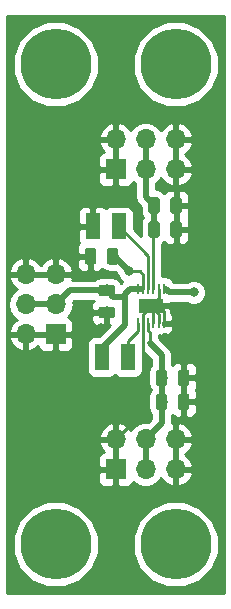
<source format=gbr>
G04 #@! TF.GenerationSoftware,KiCad,Pcbnew,(6.0.0-rc1-dev-205-gc0615c5ef)*
G04 #@! TF.CreationDate,2019-09-04T07:50:23+02:00*
G04 #@! TF.ProjectId,TPS65133_2,54505336353133335F322E6B69636164,v01*
G04 #@! TF.SameCoordinates,Original*
G04 #@! TF.FileFunction,Copper,L1,Top,Signal*
G04 #@! TF.FilePolarity,Positive*
%FSLAX46Y46*%
G04 Gerber Fmt 4.6, Leading zero omitted, Abs format (unit mm)*
G04 Created by KiCad (PCBNEW (6.0.0-rc1-dev-205-gc0615c5ef)) date 09/04/19 07:50:23*
%MOMM*%
%LPD*%
G01*
G04 APERTURE LIST*
G04 #@! TA.AperFunction,SMDPad,CuDef*
%ADD10R,1.250000X2.200000*%
G04 #@! TD*
G04 #@! TA.AperFunction,SMDPad,CuDef*
%ADD11R,2.120000X1.310000*%
G04 #@! TD*
G04 #@! TA.AperFunction,SMDPad,CuDef*
%ADD12R,0.250000X0.850000*%
G04 #@! TD*
G04 #@! TA.AperFunction,Conductor*
%ADD13C,0.100000*%
G04 #@! TD*
G04 #@! TA.AperFunction,SMDPad,CuDef*
%ADD14C,0.975000*%
G04 #@! TD*
G04 #@! TA.AperFunction,ComponentPad*
%ADD15C,6.000000*%
G04 #@! TD*
G04 #@! TA.AperFunction,ComponentPad*
%ADD16R,1.700000X1.700000*%
G04 #@! TD*
G04 #@! TA.AperFunction,ComponentPad*
%ADD17O,1.700000X1.700000*%
G04 #@! TD*
G04 #@! TA.AperFunction,ViaPad*
%ADD18C,0.800000*%
G04 #@! TD*
G04 #@! TA.AperFunction,Conductor*
%ADD19C,0.250000*%
G04 #@! TD*
G04 #@! TA.AperFunction,Conductor*
%ADD20C,0.500000*%
G04 #@! TD*
G04 #@! TA.AperFunction,Conductor*
%ADD21C,0.254000*%
G04 #@! TD*
G04 APERTURE END LIST*
D10*
G04 #@! TO.P,L1,1*
G04 #@! TO.N,Net-(IC1-Pad1)*
X117869821Y-88268848D03*
G04 #@! TO.P,L1,2*
G04 #@! TO.N,Net-(C1-Pad1)*
X115669821Y-88268848D03*
G04 #@! TD*
G04 #@! TO.P,L2,1*
G04 #@! TO.N,Net-(IC1-Pad10)*
X117094000Y-77216000D03*
G04 #@! TO.P,L2,2*
G04 #@! TO.N,GND*
X114894000Y-77216000D03*
G04 #@! TD*
D11*
G04 #@! TO.P,IC1,13*
G04 #@! TO.N,GND*
X119817821Y-83950848D03*
D12*
G04 #@! TO.P,IC1,12*
G04 #@! TO.N,Net-(C1-Pad1)*
X118692821Y-82500848D03*
G04 #@! TO.P,IC1,11*
X119142821Y-82500848D03*
G04 #@! TO.P,IC1,10*
G04 #@! TO.N,Net-(IC1-Pad10)*
X119592821Y-82500848D03*
G04 #@! TO.P,IC1,9*
G04 #@! TO.N,Net-(C4-Pad1)*
X120042821Y-82500848D03*
G04 #@! TO.P,IC1,8*
G04 #@! TO.N,GND*
X120492821Y-82500848D03*
G04 #@! TO.P,IC1,7*
G04 #@! TO.N,Net-(C1-Pad1)*
X120942821Y-82500848D03*
G04 #@! TO.P,IC1,6*
G04 #@! TO.N,GND*
X120942821Y-85400848D03*
G04 #@! TO.P,IC1,5*
X120492821Y-85400848D03*
G04 #@! TO.P,IC1,4*
X120042821Y-85400848D03*
G04 #@! TO.P,IC1,3*
G04 #@! TO.N,Net-(C2-Pad1)*
X119592821Y-85400848D03*
G04 #@! TO.P,IC1,2*
G04 #@! TO.N,GND*
X119142821Y-85400848D03*
G04 #@! TO.P,IC1,1*
G04 #@! TO.N,Net-(IC1-Pad1)*
X118692821Y-85400848D03*
G04 #@! TD*
D13*
G04 #@! TO.N,GND*
G04 #@! TO.C,C1*
G36*
X114978642Y-79057174D02*
X115002303Y-79060684D01*
X115025507Y-79066496D01*
X115048029Y-79074554D01*
X115069653Y-79084782D01*
X115090170Y-79097079D01*
X115109383Y-79111329D01*
X115127107Y-79127393D01*
X115143171Y-79145117D01*
X115157421Y-79164330D01*
X115169718Y-79184847D01*
X115179946Y-79206471D01*
X115188004Y-79228993D01*
X115193816Y-79252197D01*
X115197326Y-79275858D01*
X115198500Y-79299750D01*
X115198500Y-80212250D01*
X115197326Y-80236142D01*
X115193816Y-80259803D01*
X115188004Y-80283007D01*
X115179946Y-80305529D01*
X115169718Y-80327153D01*
X115157421Y-80347670D01*
X115143171Y-80366883D01*
X115127107Y-80384607D01*
X115109383Y-80400671D01*
X115090170Y-80414921D01*
X115069653Y-80427218D01*
X115048029Y-80437446D01*
X115025507Y-80445504D01*
X115002303Y-80451316D01*
X114978642Y-80454826D01*
X114954750Y-80456000D01*
X114467250Y-80456000D01*
X114443358Y-80454826D01*
X114419697Y-80451316D01*
X114396493Y-80445504D01*
X114373971Y-80437446D01*
X114352347Y-80427218D01*
X114331830Y-80414921D01*
X114312617Y-80400671D01*
X114294893Y-80384607D01*
X114278829Y-80366883D01*
X114264579Y-80347670D01*
X114252282Y-80327153D01*
X114242054Y-80305529D01*
X114233996Y-80283007D01*
X114228184Y-80259803D01*
X114224674Y-80236142D01*
X114223500Y-80212250D01*
X114223500Y-79299750D01*
X114224674Y-79275858D01*
X114228184Y-79252197D01*
X114233996Y-79228993D01*
X114242054Y-79206471D01*
X114252282Y-79184847D01*
X114264579Y-79164330D01*
X114278829Y-79145117D01*
X114294893Y-79127393D01*
X114312617Y-79111329D01*
X114331830Y-79097079D01*
X114352347Y-79084782D01*
X114373971Y-79074554D01*
X114396493Y-79066496D01*
X114419697Y-79060684D01*
X114443358Y-79057174D01*
X114467250Y-79056000D01*
X114954750Y-79056000D01*
X114978642Y-79057174D01*
X114978642Y-79057174D01*
G37*
D14*
G04 #@! TD*
G04 #@! TO.P,C1,2*
G04 #@! TO.N,GND*
X114711000Y-79756000D03*
D13*
G04 #@! TO.N,Net-(C1-Pad1)*
G04 #@! TO.C,C1*
G36*
X116853642Y-79057174D02*
X116877303Y-79060684D01*
X116900507Y-79066496D01*
X116923029Y-79074554D01*
X116944653Y-79084782D01*
X116965170Y-79097079D01*
X116984383Y-79111329D01*
X117002107Y-79127393D01*
X117018171Y-79145117D01*
X117032421Y-79164330D01*
X117044718Y-79184847D01*
X117054946Y-79206471D01*
X117063004Y-79228993D01*
X117068816Y-79252197D01*
X117072326Y-79275858D01*
X117073500Y-79299750D01*
X117073500Y-80212250D01*
X117072326Y-80236142D01*
X117068816Y-80259803D01*
X117063004Y-80283007D01*
X117054946Y-80305529D01*
X117044718Y-80327153D01*
X117032421Y-80347670D01*
X117018171Y-80366883D01*
X117002107Y-80384607D01*
X116984383Y-80400671D01*
X116965170Y-80414921D01*
X116944653Y-80427218D01*
X116923029Y-80437446D01*
X116900507Y-80445504D01*
X116877303Y-80451316D01*
X116853642Y-80454826D01*
X116829750Y-80456000D01*
X116342250Y-80456000D01*
X116318358Y-80454826D01*
X116294697Y-80451316D01*
X116271493Y-80445504D01*
X116248971Y-80437446D01*
X116227347Y-80427218D01*
X116206830Y-80414921D01*
X116187617Y-80400671D01*
X116169893Y-80384607D01*
X116153829Y-80366883D01*
X116139579Y-80347670D01*
X116127282Y-80327153D01*
X116117054Y-80305529D01*
X116108996Y-80283007D01*
X116103184Y-80259803D01*
X116099674Y-80236142D01*
X116098500Y-80212250D01*
X116098500Y-79299750D01*
X116099674Y-79275858D01*
X116103184Y-79252197D01*
X116108996Y-79228993D01*
X116117054Y-79206471D01*
X116127282Y-79184847D01*
X116139579Y-79164330D01*
X116153829Y-79145117D01*
X116169893Y-79127393D01*
X116187617Y-79111329D01*
X116206830Y-79097079D01*
X116227347Y-79084782D01*
X116248971Y-79074554D01*
X116271493Y-79066496D01*
X116294697Y-79060684D01*
X116318358Y-79057174D01*
X116342250Y-79056000D01*
X116829750Y-79056000D01*
X116853642Y-79057174D01*
X116853642Y-79057174D01*
G37*
D14*
G04 #@! TD*
G04 #@! TO.P,C1,1*
G04 #@! TO.N,Net-(C1-Pad1)*
X116586000Y-79756000D03*
D13*
G04 #@! TO.N,Net-(C2-Pad1)*
G04 #@! TO.C,C2*
G36*
X120996142Y-91376174D02*
X121019803Y-91379684D01*
X121043007Y-91385496D01*
X121065529Y-91393554D01*
X121087153Y-91403782D01*
X121107670Y-91416079D01*
X121126883Y-91430329D01*
X121144607Y-91446393D01*
X121160671Y-91464117D01*
X121174921Y-91483330D01*
X121187218Y-91503847D01*
X121197446Y-91525471D01*
X121205504Y-91547993D01*
X121211316Y-91571197D01*
X121214826Y-91594858D01*
X121216000Y-91618750D01*
X121216000Y-92531250D01*
X121214826Y-92555142D01*
X121211316Y-92578803D01*
X121205504Y-92602007D01*
X121197446Y-92624529D01*
X121187218Y-92646153D01*
X121174921Y-92666670D01*
X121160671Y-92685883D01*
X121144607Y-92703607D01*
X121126883Y-92719671D01*
X121107670Y-92733921D01*
X121087153Y-92746218D01*
X121065529Y-92756446D01*
X121043007Y-92764504D01*
X121019803Y-92770316D01*
X120996142Y-92773826D01*
X120972250Y-92775000D01*
X120484750Y-92775000D01*
X120460858Y-92773826D01*
X120437197Y-92770316D01*
X120413993Y-92764504D01*
X120391471Y-92756446D01*
X120369847Y-92746218D01*
X120349330Y-92733921D01*
X120330117Y-92719671D01*
X120312393Y-92703607D01*
X120296329Y-92685883D01*
X120282079Y-92666670D01*
X120269782Y-92646153D01*
X120259554Y-92624529D01*
X120251496Y-92602007D01*
X120245684Y-92578803D01*
X120242174Y-92555142D01*
X120241000Y-92531250D01*
X120241000Y-91618750D01*
X120242174Y-91594858D01*
X120245684Y-91571197D01*
X120251496Y-91547993D01*
X120259554Y-91525471D01*
X120269782Y-91503847D01*
X120282079Y-91483330D01*
X120296329Y-91464117D01*
X120312393Y-91446393D01*
X120330117Y-91430329D01*
X120349330Y-91416079D01*
X120369847Y-91403782D01*
X120391471Y-91393554D01*
X120413993Y-91385496D01*
X120437197Y-91379684D01*
X120460858Y-91376174D01*
X120484750Y-91375000D01*
X120972250Y-91375000D01*
X120996142Y-91376174D01*
X120996142Y-91376174D01*
G37*
D14*
G04 #@! TD*
G04 #@! TO.P,C2,1*
G04 #@! TO.N,Net-(C2-Pad1)*
X120728500Y-92075000D03*
D13*
G04 #@! TO.N,GND*
G04 #@! TO.C,C2*
G36*
X122871142Y-91376174D02*
X122894803Y-91379684D01*
X122918007Y-91385496D01*
X122940529Y-91393554D01*
X122962153Y-91403782D01*
X122982670Y-91416079D01*
X123001883Y-91430329D01*
X123019607Y-91446393D01*
X123035671Y-91464117D01*
X123049921Y-91483330D01*
X123062218Y-91503847D01*
X123072446Y-91525471D01*
X123080504Y-91547993D01*
X123086316Y-91571197D01*
X123089826Y-91594858D01*
X123091000Y-91618750D01*
X123091000Y-92531250D01*
X123089826Y-92555142D01*
X123086316Y-92578803D01*
X123080504Y-92602007D01*
X123072446Y-92624529D01*
X123062218Y-92646153D01*
X123049921Y-92666670D01*
X123035671Y-92685883D01*
X123019607Y-92703607D01*
X123001883Y-92719671D01*
X122982670Y-92733921D01*
X122962153Y-92746218D01*
X122940529Y-92756446D01*
X122918007Y-92764504D01*
X122894803Y-92770316D01*
X122871142Y-92773826D01*
X122847250Y-92775000D01*
X122359750Y-92775000D01*
X122335858Y-92773826D01*
X122312197Y-92770316D01*
X122288993Y-92764504D01*
X122266471Y-92756446D01*
X122244847Y-92746218D01*
X122224330Y-92733921D01*
X122205117Y-92719671D01*
X122187393Y-92703607D01*
X122171329Y-92685883D01*
X122157079Y-92666670D01*
X122144782Y-92646153D01*
X122134554Y-92624529D01*
X122126496Y-92602007D01*
X122120684Y-92578803D01*
X122117174Y-92555142D01*
X122116000Y-92531250D01*
X122116000Y-91618750D01*
X122117174Y-91594858D01*
X122120684Y-91571197D01*
X122126496Y-91547993D01*
X122134554Y-91525471D01*
X122144782Y-91503847D01*
X122157079Y-91483330D01*
X122171329Y-91464117D01*
X122187393Y-91446393D01*
X122205117Y-91430329D01*
X122224330Y-91416079D01*
X122244847Y-91403782D01*
X122266471Y-91393554D01*
X122288993Y-91385496D01*
X122312197Y-91379684D01*
X122335858Y-91376174D01*
X122359750Y-91375000D01*
X122847250Y-91375000D01*
X122871142Y-91376174D01*
X122871142Y-91376174D01*
G37*
D14*
G04 #@! TD*
G04 #@! TO.P,C2,2*
G04 #@! TO.N,GND*
X122603500Y-92075000D03*
D13*
G04 #@! TO.N,Net-(C1-Pad1)*
G04 #@! TO.C,C3*
G36*
X116558142Y-82142174D02*
X116581803Y-82145684D01*
X116605007Y-82151496D01*
X116627529Y-82159554D01*
X116649153Y-82169782D01*
X116669670Y-82182079D01*
X116688883Y-82196329D01*
X116706607Y-82212393D01*
X116722671Y-82230117D01*
X116736921Y-82249330D01*
X116749218Y-82269847D01*
X116759446Y-82291471D01*
X116767504Y-82313993D01*
X116773316Y-82337197D01*
X116776826Y-82360858D01*
X116778000Y-82384750D01*
X116778000Y-82872250D01*
X116776826Y-82896142D01*
X116773316Y-82919803D01*
X116767504Y-82943007D01*
X116759446Y-82965529D01*
X116749218Y-82987153D01*
X116736921Y-83007670D01*
X116722671Y-83026883D01*
X116706607Y-83044607D01*
X116688883Y-83060671D01*
X116669670Y-83074921D01*
X116649153Y-83087218D01*
X116627529Y-83097446D01*
X116605007Y-83105504D01*
X116581803Y-83111316D01*
X116558142Y-83114826D01*
X116534250Y-83116000D01*
X115621750Y-83116000D01*
X115597858Y-83114826D01*
X115574197Y-83111316D01*
X115550993Y-83105504D01*
X115528471Y-83097446D01*
X115506847Y-83087218D01*
X115486330Y-83074921D01*
X115467117Y-83060671D01*
X115449393Y-83044607D01*
X115433329Y-83026883D01*
X115419079Y-83007670D01*
X115406782Y-82987153D01*
X115396554Y-82965529D01*
X115388496Y-82943007D01*
X115382684Y-82919803D01*
X115379174Y-82896142D01*
X115378000Y-82872250D01*
X115378000Y-82384750D01*
X115379174Y-82360858D01*
X115382684Y-82337197D01*
X115388496Y-82313993D01*
X115396554Y-82291471D01*
X115406782Y-82269847D01*
X115419079Y-82249330D01*
X115433329Y-82230117D01*
X115449393Y-82212393D01*
X115467117Y-82196329D01*
X115486330Y-82182079D01*
X115506847Y-82169782D01*
X115528471Y-82159554D01*
X115550993Y-82151496D01*
X115574197Y-82145684D01*
X115597858Y-82142174D01*
X115621750Y-82141000D01*
X116534250Y-82141000D01*
X116558142Y-82142174D01*
X116558142Y-82142174D01*
G37*
D14*
G04 #@! TD*
G04 #@! TO.P,C3,1*
G04 #@! TO.N,Net-(C1-Pad1)*
X116078000Y-82628500D03*
D13*
G04 #@! TO.N,GND*
G04 #@! TO.C,C3*
G36*
X116558142Y-84017174D02*
X116581803Y-84020684D01*
X116605007Y-84026496D01*
X116627529Y-84034554D01*
X116649153Y-84044782D01*
X116669670Y-84057079D01*
X116688883Y-84071329D01*
X116706607Y-84087393D01*
X116722671Y-84105117D01*
X116736921Y-84124330D01*
X116749218Y-84144847D01*
X116759446Y-84166471D01*
X116767504Y-84188993D01*
X116773316Y-84212197D01*
X116776826Y-84235858D01*
X116778000Y-84259750D01*
X116778000Y-84747250D01*
X116776826Y-84771142D01*
X116773316Y-84794803D01*
X116767504Y-84818007D01*
X116759446Y-84840529D01*
X116749218Y-84862153D01*
X116736921Y-84882670D01*
X116722671Y-84901883D01*
X116706607Y-84919607D01*
X116688883Y-84935671D01*
X116669670Y-84949921D01*
X116649153Y-84962218D01*
X116627529Y-84972446D01*
X116605007Y-84980504D01*
X116581803Y-84986316D01*
X116558142Y-84989826D01*
X116534250Y-84991000D01*
X115621750Y-84991000D01*
X115597858Y-84989826D01*
X115574197Y-84986316D01*
X115550993Y-84980504D01*
X115528471Y-84972446D01*
X115506847Y-84962218D01*
X115486330Y-84949921D01*
X115467117Y-84935671D01*
X115449393Y-84919607D01*
X115433329Y-84901883D01*
X115419079Y-84882670D01*
X115406782Y-84862153D01*
X115396554Y-84840529D01*
X115388496Y-84818007D01*
X115382684Y-84794803D01*
X115379174Y-84771142D01*
X115378000Y-84747250D01*
X115378000Y-84259750D01*
X115379174Y-84235858D01*
X115382684Y-84212197D01*
X115388496Y-84188993D01*
X115396554Y-84166471D01*
X115406782Y-84144847D01*
X115419079Y-84124330D01*
X115433329Y-84105117D01*
X115449393Y-84087393D01*
X115467117Y-84071329D01*
X115486330Y-84057079D01*
X115506847Y-84044782D01*
X115528471Y-84034554D01*
X115550993Y-84026496D01*
X115574197Y-84020684D01*
X115597858Y-84017174D01*
X115621750Y-84016000D01*
X116534250Y-84016000D01*
X116558142Y-84017174D01*
X116558142Y-84017174D01*
G37*
D14*
G04 #@! TD*
G04 #@! TO.P,C3,2*
G04 #@! TO.N,GND*
X116078000Y-84503500D03*
D13*
G04 #@! TO.N,GND*
G04 #@! TO.C,C4*
G36*
X122236142Y-74739174D02*
X122259803Y-74742684D01*
X122283007Y-74748496D01*
X122305529Y-74756554D01*
X122327153Y-74766782D01*
X122347670Y-74779079D01*
X122366883Y-74793329D01*
X122384607Y-74809393D01*
X122400671Y-74827117D01*
X122414921Y-74846330D01*
X122427218Y-74866847D01*
X122437446Y-74888471D01*
X122445504Y-74910993D01*
X122451316Y-74934197D01*
X122454826Y-74957858D01*
X122456000Y-74981750D01*
X122456000Y-75894250D01*
X122454826Y-75918142D01*
X122451316Y-75941803D01*
X122445504Y-75965007D01*
X122437446Y-75987529D01*
X122427218Y-76009153D01*
X122414921Y-76029670D01*
X122400671Y-76048883D01*
X122384607Y-76066607D01*
X122366883Y-76082671D01*
X122347670Y-76096921D01*
X122327153Y-76109218D01*
X122305529Y-76119446D01*
X122283007Y-76127504D01*
X122259803Y-76133316D01*
X122236142Y-76136826D01*
X122212250Y-76138000D01*
X121724750Y-76138000D01*
X121700858Y-76136826D01*
X121677197Y-76133316D01*
X121653993Y-76127504D01*
X121631471Y-76119446D01*
X121609847Y-76109218D01*
X121589330Y-76096921D01*
X121570117Y-76082671D01*
X121552393Y-76066607D01*
X121536329Y-76048883D01*
X121522079Y-76029670D01*
X121509782Y-76009153D01*
X121499554Y-75987529D01*
X121491496Y-75965007D01*
X121485684Y-75941803D01*
X121482174Y-75918142D01*
X121481000Y-75894250D01*
X121481000Y-74981750D01*
X121482174Y-74957858D01*
X121485684Y-74934197D01*
X121491496Y-74910993D01*
X121499554Y-74888471D01*
X121509782Y-74866847D01*
X121522079Y-74846330D01*
X121536329Y-74827117D01*
X121552393Y-74809393D01*
X121570117Y-74793329D01*
X121589330Y-74779079D01*
X121609847Y-74766782D01*
X121631471Y-74756554D01*
X121653993Y-74748496D01*
X121677197Y-74742684D01*
X121700858Y-74739174D01*
X121724750Y-74738000D01*
X122212250Y-74738000D01*
X122236142Y-74739174D01*
X122236142Y-74739174D01*
G37*
D14*
G04 #@! TD*
G04 #@! TO.P,C4,2*
G04 #@! TO.N,GND*
X121968500Y-75438000D03*
D13*
G04 #@! TO.N,Net-(C4-Pad1)*
G04 #@! TO.C,C4*
G36*
X120361142Y-74739174D02*
X120384803Y-74742684D01*
X120408007Y-74748496D01*
X120430529Y-74756554D01*
X120452153Y-74766782D01*
X120472670Y-74779079D01*
X120491883Y-74793329D01*
X120509607Y-74809393D01*
X120525671Y-74827117D01*
X120539921Y-74846330D01*
X120552218Y-74866847D01*
X120562446Y-74888471D01*
X120570504Y-74910993D01*
X120576316Y-74934197D01*
X120579826Y-74957858D01*
X120581000Y-74981750D01*
X120581000Y-75894250D01*
X120579826Y-75918142D01*
X120576316Y-75941803D01*
X120570504Y-75965007D01*
X120562446Y-75987529D01*
X120552218Y-76009153D01*
X120539921Y-76029670D01*
X120525671Y-76048883D01*
X120509607Y-76066607D01*
X120491883Y-76082671D01*
X120472670Y-76096921D01*
X120452153Y-76109218D01*
X120430529Y-76119446D01*
X120408007Y-76127504D01*
X120384803Y-76133316D01*
X120361142Y-76136826D01*
X120337250Y-76138000D01*
X119849750Y-76138000D01*
X119825858Y-76136826D01*
X119802197Y-76133316D01*
X119778993Y-76127504D01*
X119756471Y-76119446D01*
X119734847Y-76109218D01*
X119714330Y-76096921D01*
X119695117Y-76082671D01*
X119677393Y-76066607D01*
X119661329Y-76048883D01*
X119647079Y-76029670D01*
X119634782Y-76009153D01*
X119624554Y-75987529D01*
X119616496Y-75965007D01*
X119610684Y-75941803D01*
X119607174Y-75918142D01*
X119606000Y-75894250D01*
X119606000Y-74981750D01*
X119607174Y-74957858D01*
X119610684Y-74934197D01*
X119616496Y-74910993D01*
X119624554Y-74888471D01*
X119634782Y-74866847D01*
X119647079Y-74846330D01*
X119661329Y-74827117D01*
X119677393Y-74809393D01*
X119695117Y-74793329D01*
X119714330Y-74779079D01*
X119734847Y-74766782D01*
X119756471Y-74756554D01*
X119778993Y-74748496D01*
X119802197Y-74742684D01*
X119825858Y-74739174D01*
X119849750Y-74738000D01*
X120337250Y-74738000D01*
X120361142Y-74739174D01*
X120361142Y-74739174D01*
G37*
D14*
G04 #@! TD*
G04 #@! TO.P,C4,1*
G04 #@! TO.N,Net-(C4-Pad1)*
X120093500Y-75438000D03*
D15*
G04 #@! TO.P,MH1,1*
G04 #@! TO.N,N/C*
X111760000Y-63500000D03*
G04 #@! TD*
G04 #@! TO.P,MH2,1*
G04 #@! TO.N,N/C*
X111760000Y-104140000D03*
G04 #@! TD*
G04 #@! TO.P,MH3,1*
G04 #@! TO.N,N/C*
X121920000Y-63500000D03*
G04 #@! TD*
G04 #@! TO.P,MH4,1*
G04 #@! TO.N,N/C*
X121920000Y-104140000D03*
G04 #@! TD*
D13*
G04 #@! TO.N,GND*
G04 #@! TO.C,C5*
G36*
X122871142Y-89344174D02*
X122894803Y-89347684D01*
X122918007Y-89353496D01*
X122940529Y-89361554D01*
X122962153Y-89371782D01*
X122982670Y-89384079D01*
X123001883Y-89398329D01*
X123019607Y-89414393D01*
X123035671Y-89432117D01*
X123049921Y-89451330D01*
X123062218Y-89471847D01*
X123072446Y-89493471D01*
X123080504Y-89515993D01*
X123086316Y-89539197D01*
X123089826Y-89562858D01*
X123091000Y-89586750D01*
X123091000Y-90499250D01*
X123089826Y-90523142D01*
X123086316Y-90546803D01*
X123080504Y-90570007D01*
X123072446Y-90592529D01*
X123062218Y-90614153D01*
X123049921Y-90634670D01*
X123035671Y-90653883D01*
X123019607Y-90671607D01*
X123001883Y-90687671D01*
X122982670Y-90701921D01*
X122962153Y-90714218D01*
X122940529Y-90724446D01*
X122918007Y-90732504D01*
X122894803Y-90738316D01*
X122871142Y-90741826D01*
X122847250Y-90743000D01*
X122359750Y-90743000D01*
X122335858Y-90741826D01*
X122312197Y-90738316D01*
X122288993Y-90732504D01*
X122266471Y-90724446D01*
X122244847Y-90714218D01*
X122224330Y-90701921D01*
X122205117Y-90687671D01*
X122187393Y-90671607D01*
X122171329Y-90653883D01*
X122157079Y-90634670D01*
X122144782Y-90614153D01*
X122134554Y-90592529D01*
X122126496Y-90570007D01*
X122120684Y-90546803D01*
X122117174Y-90523142D01*
X122116000Y-90499250D01*
X122116000Y-89586750D01*
X122117174Y-89562858D01*
X122120684Y-89539197D01*
X122126496Y-89515993D01*
X122134554Y-89493471D01*
X122144782Y-89471847D01*
X122157079Y-89451330D01*
X122171329Y-89432117D01*
X122187393Y-89414393D01*
X122205117Y-89398329D01*
X122224330Y-89384079D01*
X122244847Y-89371782D01*
X122266471Y-89361554D01*
X122288993Y-89353496D01*
X122312197Y-89347684D01*
X122335858Y-89344174D01*
X122359750Y-89343000D01*
X122847250Y-89343000D01*
X122871142Y-89344174D01*
X122871142Y-89344174D01*
G37*
D14*
G04 #@! TD*
G04 #@! TO.P,C5,2*
G04 #@! TO.N,GND*
X122603500Y-90043000D03*
D13*
G04 #@! TO.N,Net-(C2-Pad1)*
G04 #@! TO.C,C5*
G36*
X120996142Y-89344174D02*
X121019803Y-89347684D01*
X121043007Y-89353496D01*
X121065529Y-89361554D01*
X121087153Y-89371782D01*
X121107670Y-89384079D01*
X121126883Y-89398329D01*
X121144607Y-89414393D01*
X121160671Y-89432117D01*
X121174921Y-89451330D01*
X121187218Y-89471847D01*
X121197446Y-89493471D01*
X121205504Y-89515993D01*
X121211316Y-89539197D01*
X121214826Y-89562858D01*
X121216000Y-89586750D01*
X121216000Y-90499250D01*
X121214826Y-90523142D01*
X121211316Y-90546803D01*
X121205504Y-90570007D01*
X121197446Y-90592529D01*
X121187218Y-90614153D01*
X121174921Y-90634670D01*
X121160671Y-90653883D01*
X121144607Y-90671607D01*
X121126883Y-90687671D01*
X121107670Y-90701921D01*
X121087153Y-90714218D01*
X121065529Y-90724446D01*
X121043007Y-90732504D01*
X121019803Y-90738316D01*
X120996142Y-90741826D01*
X120972250Y-90743000D01*
X120484750Y-90743000D01*
X120460858Y-90741826D01*
X120437197Y-90738316D01*
X120413993Y-90732504D01*
X120391471Y-90724446D01*
X120369847Y-90714218D01*
X120349330Y-90701921D01*
X120330117Y-90687671D01*
X120312393Y-90671607D01*
X120296329Y-90653883D01*
X120282079Y-90634670D01*
X120269782Y-90614153D01*
X120259554Y-90592529D01*
X120251496Y-90570007D01*
X120245684Y-90546803D01*
X120242174Y-90523142D01*
X120241000Y-90499250D01*
X120241000Y-89586750D01*
X120242174Y-89562858D01*
X120245684Y-89539197D01*
X120251496Y-89515993D01*
X120259554Y-89493471D01*
X120269782Y-89471847D01*
X120282079Y-89451330D01*
X120296329Y-89432117D01*
X120312393Y-89414393D01*
X120330117Y-89398329D01*
X120349330Y-89384079D01*
X120369847Y-89371782D01*
X120391471Y-89361554D01*
X120413993Y-89353496D01*
X120437197Y-89347684D01*
X120460858Y-89344174D01*
X120484750Y-89343000D01*
X120972250Y-89343000D01*
X120996142Y-89344174D01*
X120996142Y-89344174D01*
G37*
D14*
G04 #@! TD*
G04 #@! TO.P,C5,1*
G04 #@! TO.N,Net-(C2-Pad1)*
X120728500Y-90043000D03*
D13*
G04 #@! TO.N,Net-(C4-Pad1)*
G04 #@! TO.C,C6*
G36*
X120361142Y-76771174D02*
X120384803Y-76774684D01*
X120408007Y-76780496D01*
X120430529Y-76788554D01*
X120452153Y-76798782D01*
X120472670Y-76811079D01*
X120491883Y-76825329D01*
X120509607Y-76841393D01*
X120525671Y-76859117D01*
X120539921Y-76878330D01*
X120552218Y-76898847D01*
X120562446Y-76920471D01*
X120570504Y-76942993D01*
X120576316Y-76966197D01*
X120579826Y-76989858D01*
X120581000Y-77013750D01*
X120581000Y-77926250D01*
X120579826Y-77950142D01*
X120576316Y-77973803D01*
X120570504Y-77997007D01*
X120562446Y-78019529D01*
X120552218Y-78041153D01*
X120539921Y-78061670D01*
X120525671Y-78080883D01*
X120509607Y-78098607D01*
X120491883Y-78114671D01*
X120472670Y-78128921D01*
X120452153Y-78141218D01*
X120430529Y-78151446D01*
X120408007Y-78159504D01*
X120384803Y-78165316D01*
X120361142Y-78168826D01*
X120337250Y-78170000D01*
X119849750Y-78170000D01*
X119825858Y-78168826D01*
X119802197Y-78165316D01*
X119778993Y-78159504D01*
X119756471Y-78151446D01*
X119734847Y-78141218D01*
X119714330Y-78128921D01*
X119695117Y-78114671D01*
X119677393Y-78098607D01*
X119661329Y-78080883D01*
X119647079Y-78061670D01*
X119634782Y-78041153D01*
X119624554Y-78019529D01*
X119616496Y-77997007D01*
X119610684Y-77973803D01*
X119607174Y-77950142D01*
X119606000Y-77926250D01*
X119606000Y-77013750D01*
X119607174Y-76989858D01*
X119610684Y-76966197D01*
X119616496Y-76942993D01*
X119624554Y-76920471D01*
X119634782Y-76898847D01*
X119647079Y-76878330D01*
X119661329Y-76859117D01*
X119677393Y-76841393D01*
X119695117Y-76825329D01*
X119714330Y-76811079D01*
X119734847Y-76798782D01*
X119756471Y-76788554D01*
X119778993Y-76780496D01*
X119802197Y-76774684D01*
X119825858Y-76771174D01*
X119849750Y-76770000D01*
X120337250Y-76770000D01*
X120361142Y-76771174D01*
X120361142Y-76771174D01*
G37*
D14*
G04 #@! TD*
G04 #@! TO.P,C6,1*
G04 #@! TO.N,Net-(C4-Pad1)*
X120093500Y-77470000D03*
D13*
G04 #@! TO.N,GND*
G04 #@! TO.C,C6*
G36*
X122236142Y-76771174D02*
X122259803Y-76774684D01*
X122283007Y-76780496D01*
X122305529Y-76788554D01*
X122327153Y-76798782D01*
X122347670Y-76811079D01*
X122366883Y-76825329D01*
X122384607Y-76841393D01*
X122400671Y-76859117D01*
X122414921Y-76878330D01*
X122427218Y-76898847D01*
X122437446Y-76920471D01*
X122445504Y-76942993D01*
X122451316Y-76966197D01*
X122454826Y-76989858D01*
X122456000Y-77013750D01*
X122456000Y-77926250D01*
X122454826Y-77950142D01*
X122451316Y-77973803D01*
X122445504Y-77997007D01*
X122437446Y-78019529D01*
X122427218Y-78041153D01*
X122414921Y-78061670D01*
X122400671Y-78080883D01*
X122384607Y-78098607D01*
X122366883Y-78114671D01*
X122347670Y-78128921D01*
X122327153Y-78141218D01*
X122305529Y-78151446D01*
X122283007Y-78159504D01*
X122259803Y-78165316D01*
X122236142Y-78168826D01*
X122212250Y-78170000D01*
X121724750Y-78170000D01*
X121700858Y-78168826D01*
X121677197Y-78165316D01*
X121653993Y-78159504D01*
X121631471Y-78151446D01*
X121609847Y-78141218D01*
X121589330Y-78128921D01*
X121570117Y-78114671D01*
X121552393Y-78098607D01*
X121536329Y-78080883D01*
X121522079Y-78061670D01*
X121509782Y-78041153D01*
X121499554Y-78019529D01*
X121491496Y-77997007D01*
X121485684Y-77973803D01*
X121482174Y-77950142D01*
X121481000Y-77926250D01*
X121481000Y-77013750D01*
X121482174Y-76989858D01*
X121485684Y-76966197D01*
X121491496Y-76942993D01*
X121499554Y-76920471D01*
X121509782Y-76898847D01*
X121522079Y-76878330D01*
X121536329Y-76859117D01*
X121552393Y-76841393D01*
X121570117Y-76825329D01*
X121589330Y-76811079D01*
X121609847Y-76798782D01*
X121631471Y-76788554D01*
X121653993Y-76780496D01*
X121677197Y-76774684D01*
X121700858Y-76771174D01*
X121724750Y-76770000D01*
X122212250Y-76770000D01*
X122236142Y-76771174D01*
X122236142Y-76771174D01*
G37*
D14*
G04 #@! TD*
G04 #@! TO.P,C6,2*
G04 #@! TO.N,GND*
X121968500Y-77470000D03*
D16*
G04 #@! TO.P,J1,1*
G04 #@! TO.N,GND*
X111760000Y-86360000D03*
D17*
G04 #@! TO.P,J1,2*
X109220000Y-86360000D03*
G04 #@! TO.P,J1,3*
G04 #@! TO.N,Net-(C1-Pad1)*
X111760000Y-83820000D03*
G04 #@! TO.P,J1,4*
X109220000Y-83820000D03*
G04 #@! TO.P,J1,5*
G04 #@! TO.N,GND*
X111760000Y-81280000D03*
G04 #@! TO.P,J1,6*
X109220000Y-81280000D03*
G04 #@! TD*
G04 #@! TO.P,J2,6*
G04 #@! TO.N,GND*
X121920000Y-95250000D03*
G04 #@! TO.P,J2,5*
X121920000Y-97790000D03*
G04 #@! TO.P,J2,4*
G04 #@! TO.N,Net-(C2-Pad1)*
X119380000Y-95250000D03*
G04 #@! TO.P,J2,3*
X119380000Y-97790000D03*
G04 #@! TO.P,J2,2*
G04 #@! TO.N,GND*
X116840000Y-95250000D03*
D16*
G04 #@! TO.P,J2,1*
X116840000Y-97790000D03*
G04 #@! TD*
G04 #@! TO.P,J3,1*
G04 #@! TO.N,GND*
X116840000Y-72390000D03*
D17*
G04 #@! TO.P,J3,2*
X116840000Y-69850000D03*
G04 #@! TO.P,J3,3*
G04 #@! TO.N,Net-(C4-Pad1)*
X119380000Y-72390000D03*
G04 #@! TO.P,J3,4*
X119380000Y-69850000D03*
G04 #@! TO.P,J3,5*
G04 #@! TO.N,GND*
X121920000Y-72390000D03*
G04 #@! TO.P,J3,6*
X121920000Y-69850000D03*
G04 #@! TD*
D18*
G04 #@! TO.N,GND*
X114554000Y-69088000D03*
X114554000Y-72898000D03*
X111760000Y-78994000D03*
X109220000Y-78994000D03*
X111760000Y-88646000D03*
X109220000Y-88646000D03*
X119817821Y-83950848D03*
X113284000Y-77216000D03*
X114554000Y-70866000D03*
X115570000Y-85852000D03*
X114554000Y-94742000D03*
X124206000Y-90170000D03*
X124206000Y-91948000D03*
X124206000Y-94742000D03*
X124206000Y-69088000D03*
X124206000Y-70866000D03*
X124206000Y-72898000D03*
X124206000Y-96520000D03*
X114554000Y-98298000D03*
X114554000Y-96520000D03*
X124206000Y-98298000D03*
X123444000Y-75438000D03*
X123444000Y-77470000D03*
G04 #@! TO.N,Net-(C1-Pad1)*
X123444000Y-82804000D03*
X117967973Y-81026000D03*
G04 #@! TD*
D19*
G04 #@! TO.N,GND*
X120042821Y-84175848D02*
X119817821Y-83950848D01*
X120042821Y-85400848D02*
X120042821Y-84175848D01*
X120492821Y-84625848D02*
X119817821Y-83950848D01*
X120492821Y-85400848D02*
X120492821Y-84625848D01*
X120526848Y-83950848D02*
X119817821Y-83950848D01*
X120942821Y-85400848D02*
X120942821Y-84366821D01*
X120942821Y-84366821D02*
X120526848Y-83950848D01*
X119142821Y-84625848D02*
X119817821Y-83950848D01*
X119142821Y-85400848D02*
X119142821Y-84625848D01*
X120492821Y-83275848D02*
X119817821Y-83950848D01*
X120492821Y-82500848D02*
X120492821Y-83275848D01*
X119142821Y-92947179D02*
X116840000Y-95250000D01*
X119142821Y-85400848D02*
X119142821Y-92947179D01*
G04 #@! TO.N,Net-(C1-Pad1)*
X118872000Y-81026000D02*
X119142821Y-81296821D01*
X119142821Y-81296821D02*
X119142821Y-82500848D01*
X117967973Y-81026000D02*
X118872000Y-81026000D01*
D20*
X121370983Y-82804000D02*
X121067831Y-82500848D01*
X123444000Y-82804000D02*
X121370983Y-82804000D01*
X109220000Y-83820000D02*
X111760000Y-83820000D01*
X116697973Y-79756000D02*
X117967973Y-81026000D01*
X116586000Y-79756000D02*
X116697973Y-79756000D01*
X118692821Y-82500848D02*
X119017811Y-82500848D01*
X112951500Y-82628500D02*
X111760000Y-83820000D01*
X116078000Y-82628500D02*
X112951500Y-82628500D01*
X115669821Y-87518181D02*
X117602000Y-85586002D01*
X115669821Y-88268848D02*
X115669821Y-87518181D01*
X118067821Y-82500848D02*
X118692821Y-82500848D01*
X117602000Y-82966669D02*
X118067821Y-82500848D01*
X117474737Y-83184737D02*
X117602000Y-83312000D01*
X116634237Y-83184737D02*
X117474737Y-83184737D01*
X116078000Y-82628500D02*
X116634237Y-83184737D01*
X117602000Y-85586002D02*
X117602000Y-83312000D01*
X117602000Y-83312000D02*
X117602000Y-82966669D01*
D19*
G04 #@! TO.N,Net-(C4-Pad1)*
X120042821Y-82500848D02*
X120042821Y-82012258D01*
D20*
X120093500Y-77470000D02*
X120093500Y-75438000D01*
X120110000Y-75421500D02*
X120093500Y-75438000D01*
X119331500Y-72438500D02*
X119380000Y-72390000D01*
X119380000Y-72390000D02*
X119380000Y-69850000D01*
X119380000Y-74724500D02*
X120093500Y-75438000D01*
X119380000Y-72390000D02*
X119380000Y-74724500D01*
D19*
X120042821Y-77520679D02*
X120093500Y-77470000D01*
X120042821Y-82500848D02*
X120042821Y-77520679D01*
G04 #@! TO.N,Net-(IC1-Pad10)*
X119592821Y-82500848D02*
X119592821Y-79714821D01*
X119592821Y-79714821D02*
X117094000Y-77216000D01*
D20*
G04 #@! TO.N,Net-(C2-Pad1)*
X120728500Y-90043000D02*
X120728500Y-88132669D01*
X120728500Y-88132669D02*
X119717831Y-87122000D01*
D19*
X119717831Y-86200858D02*
X119717831Y-87122000D01*
X119592821Y-86075848D02*
X119717831Y-86200858D01*
X119592821Y-85400848D02*
X119592821Y-86075848D01*
D20*
X120728500Y-90043000D02*
X120728500Y-92075000D01*
X119458500Y-95171500D02*
X119380000Y-95250000D01*
X119380000Y-95250000D02*
X119380000Y-97790000D01*
X120728500Y-93901500D02*
X119380000Y-95250000D01*
X120728500Y-92075000D02*
X120728500Y-93901500D01*
D19*
G04 #@! TO.N,Net-(IC1-Pad1)*
X118692821Y-86075848D02*
X118692821Y-85400848D01*
X118692821Y-86095848D02*
X118692821Y-86075848D01*
X117869821Y-86918848D02*
X118692821Y-86095848D01*
X117869821Y-88268848D02*
X117869821Y-86918848D01*
G04 #@! TD*
D21*
G04 #@! TO.N,GND*
G36*
X126036001Y-98736070D02*
X126036000Y-98736075D01*
X126036001Y-108256000D01*
X107644000Y-108256000D01*
X107644000Y-103416954D01*
X108125000Y-103416954D01*
X108125000Y-104863046D01*
X108678396Y-106199062D01*
X109700938Y-107221604D01*
X111036954Y-107775000D01*
X112483046Y-107775000D01*
X113819062Y-107221604D01*
X114841604Y-106199062D01*
X115395000Y-104863046D01*
X115395000Y-103416954D01*
X118285000Y-103416954D01*
X118285000Y-104863046D01*
X118838396Y-106199062D01*
X119860938Y-107221604D01*
X121196954Y-107775000D01*
X122643046Y-107775000D01*
X123979062Y-107221604D01*
X125001604Y-106199062D01*
X125555000Y-104863046D01*
X125555000Y-103416954D01*
X125001604Y-102080938D01*
X123979062Y-101058396D01*
X122643046Y-100505000D01*
X121196954Y-100505000D01*
X119860938Y-101058396D01*
X118838396Y-102080938D01*
X118285000Y-103416954D01*
X115395000Y-103416954D01*
X114841604Y-102080938D01*
X113819062Y-101058396D01*
X112483046Y-100505000D01*
X111036954Y-100505000D01*
X109700938Y-101058396D01*
X108678396Y-102080938D01*
X108125000Y-103416954D01*
X107644000Y-103416954D01*
X107644000Y-98075750D01*
X115355000Y-98075750D01*
X115355000Y-98766309D01*
X115451673Y-98999698D01*
X115630301Y-99178327D01*
X115863690Y-99275000D01*
X116554250Y-99275000D01*
X116713000Y-99116250D01*
X116713000Y-97917000D01*
X115513750Y-97917000D01*
X115355000Y-98075750D01*
X107644000Y-98075750D01*
X107644000Y-96813691D01*
X115355000Y-96813691D01*
X115355000Y-97504250D01*
X115513750Y-97663000D01*
X116713000Y-97663000D01*
X116713000Y-95377000D01*
X115519181Y-95377000D01*
X115398514Y-95606892D01*
X115644817Y-96131358D01*
X115844208Y-96313070D01*
X115630301Y-96401673D01*
X115451673Y-96580302D01*
X115355000Y-96813691D01*
X107644000Y-96813691D01*
X107644000Y-94893108D01*
X115398514Y-94893108D01*
X115519181Y-95123000D01*
X116713000Y-95123000D01*
X116713000Y-93929845D01*
X116483110Y-93808524D01*
X116073076Y-93978355D01*
X115644817Y-94368642D01*
X115398514Y-94893108D01*
X107644000Y-94893108D01*
X107644000Y-86716890D01*
X107778524Y-86716890D01*
X107948355Y-87126924D01*
X108338642Y-87555183D01*
X108863108Y-87801486D01*
X109093000Y-87680819D01*
X109093000Y-86487000D01*
X109347000Y-86487000D01*
X109347000Y-87680819D01*
X109576892Y-87801486D01*
X110101358Y-87555183D01*
X110283070Y-87355792D01*
X110371673Y-87569699D01*
X110550302Y-87748327D01*
X110783691Y-87845000D01*
X111474250Y-87845000D01*
X111633000Y-87686250D01*
X111633000Y-86487000D01*
X111887000Y-86487000D01*
X111887000Y-87686250D01*
X112045750Y-87845000D01*
X112736309Y-87845000D01*
X112969698Y-87748327D01*
X113148327Y-87569699D01*
X113245000Y-87336310D01*
X113245000Y-86645750D01*
X113086250Y-86487000D01*
X111887000Y-86487000D01*
X111633000Y-86487000D01*
X109347000Y-86487000D01*
X109093000Y-86487000D01*
X107899845Y-86487000D01*
X107778524Y-86716890D01*
X107644000Y-86716890D01*
X107644000Y-83820000D01*
X107705908Y-83820000D01*
X107821161Y-84399418D01*
X108149375Y-84890625D01*
X108468478Y-85103843D01*
X108338642Y-85164817D01*
X107948355Y-85593076D01*
X107778524Y-86003110D01*
X107899845Y-86233000D01*
X109093000Y-86233000D01*
X109093000Y-86213000D01*
X109347000Y-86213000D01*
X109347000Y-86233000D01*
X111633000Y-86233000D01*
X111633000Y-86213000D01*
X111887000Y-86213000D01*
X111887000Y-86233000D01*
X113086250Y-86233000D01*
X113245000Y-86074250D01*
X113245000Y-85383690D01*
X113148327Y-85150301D01*
X112969698Y-84971673D01*
X112808967Y-84905096D01*
X112830625Y-84890625D01*
X112898361Y-84789250D01*
X114743000Y-84789250D01*
X114743000Y-85117309D01*
X114839673Y-85350698D01*
X115018301Y-85529327D01*
X115251690Y-85626000D01*
X115792250Y-85626000D01*
X115951000Y-85467250D01*
X115951000Y-84630500D01*
X114901750Y-84630500D01*
X114743000Y-84789250D01*
X112898361Y-84789250D01*
X113158839Y-84399418D01*
X113274092Y-83820000D01*
X113230538Y-83601040D01*
X113318079Y-83513500D01*
X114982474Y-83513500D01*
X114839673Y-83656302D01*
X114743000Y-83889691D01*
X114743000Y-84217750D01*
X114901750Y-84376500D01*
X115951000Y-84376500D01*
X115951000Y-84356500D01*
X116205000Y-84356500D01*
X116205000Y-84376500D01*
X116225000Y-84376500D01*
X116225000Y-84630500D01*
X116205000Y-84630500D01*
X116205000Y-85467250D01*
X116337087Y-85599337D01*
X115415016Y-86521408D01*
X115044821Y-86521408D01*
X114797056Y-86570691D01*
X114587012Y-86711039D01*
X114446664Y-86921083D01*
X114397381Y-87168848D01*
X114397381Y-89368848D01*
X114446664Y-89616613D01*
X114587012Y-89826657D01*
X114797056Y-89967005D01*
X115044821Y-90016288D01*
X116294821Y-90016288D01*
X116542586Y-89967005D01*
X116752630Y-89826657D01*
X116769821Y-89800929D01*
X116787012Y-89826657D01*
X116997056Y-89967005D01*
X117244821Y-90016288D01*
X118494821Y-90016288D01*
X118742586Y-89967005D01*
X118952630Y-89826657D01*
X119092978Y-89616613D01*
X119142261Y-89368848D01*
X119142261Y-87798008D01*
X119843501Y-88499248D01*
X119843501Y-88973171D01*
X119661398Y-89245706D01*
X119593560Y-89586750D01*
X119593560Y-90499250D01*
X119661398Y-90840294D01*
X119807533Y-91059000D01*
X119661398Y-91277706D01*
X119593560Y-91618750D01*
X119593560Y-92531250D01*
X119661398Y-92872294D01*
X119843501Y-93144829D01*
X119843501Y-93534920D01*
X119598960Y-93779462D01*
X119526256Y-93765000D01*
X119233744Y-93765000D01*
X118800582Y-93851161D01*
X118309375Y-94179375D01*
X118096157Y-94498478D01*
X118035183Y-94368642D01*
X117606924Y-93978355D01*
X117196890Y-93808524D01*
X116967000Y-93929845D01*
X116967000Y-95123000D01*
X116987000Y-95123000D01*
X116987000Y-95377000D01*
X116967000Y-95377000D01*
X116967000Y-97663000D01*
X116987000Y-97663000D01*
X116987000Y-97917000D01*
X116967000Y-97917000D01*
X116967000Y-99116250D01*
X117125750Y-99275000D01*
X117816310Y-99275000D01*
X118049699Y-99178327D01*
X118228327Y-98999698D01*
X118294904Y-98838967D01*
X118309375Y-98860625D01*
X118800582Y-99188839D01*
X119233744Y-99275000D01*
X119526256Y-99275000D01*
X119959418Y-99188839D01*
X120450625Y-98860625D01*
X120663843Y-98541522D01*
X120724817Y-98671358D01*
X121153076Y-99061645D01*
X121563110Y-99231476D01*
X121793000Y-99110155D01*
X121793000Y-97917000D01*
X122047000Y-97917000D01*
X122047000Y-99110155D01*
X122276890Y-99231476D01*
X122686924Y-99061645D01*
X123115183Y-98671358D01*
X123361486Y-98146892D01*
X123240819Y-97917000D01*
X122047000Y-97917000D01*
X121793000Y-97917000D01*
X121773000Y-97917000D01*
X121773000Y-97663000D01*
X121793000Y-97663000D01*
X121793000Y-95377000D01*
X122047000Y-95377000D01*
X122047000Y-97663000D01*
X123240819Y-97663000D01*
X123361486Y-97433108D01*
X123115183Y-96908642D01*
X122688729Y-96520000D01*
X123115183Y-96131358D01*
X123361486Y-95606892D01*
X123240819Y-95377000D01*
X122047000Y-95377000D01*
X121793000Y-95377000D01*
X121773000Y-95377000D01*
X121773000Y-95123000D01*
X121793000Y-95123000D01*
X121793000Y-93929845D01*
X122047000Y-93929845D01*
X122047000Y-95123000D01*
X123240819Y-95123000D01*
X123361486Y-94893108D01*
X123115183Y-94368642D01*
X122686924Y-93978355D01*
X122276890Y-93808524D01*
X122047000Y-93929845D01*
X121793000Y-93929845D01*
X121618117Y-93837553D01*
X121613500Y-93814339D01*
X121613500Y-93170526D01*
X121756302Y-93313327D01*
X121989691Y-93410000D01*
X122317750Y-93410000D01*
X122476500Y-93251250D01*
X122476500Y-92202000D01*
X122730500Y-92202000D01*
X122730500Y-93251250D01*
X122889250Y-93410000D01*
X123217309Y-93410000D01*
X123450698Y-93313327D01*
X123629327Y-93134699D01*
X123726000Y-92901310D01*
X123726000Y-92360750D01*
X123567250Y-92202000D01*
X122730500Y-92202000D01*
X122476500Y-92202000D01*
X122456500Y-92202000D01*
X122456500Y-91948000D01*
X122476500Y-91948000D01*
X122476500Y-90170000D01*
X122730500Y-90170000D01*
X122730500Y-91948000D01*
X123567250Y-91948000D01*
X123726000Y-91789250D01*
X123726000Y-91248690D01*
X123647428Y-91059000D01*
X123726000Y-90869310D01*
X123726000Y-90328750D01*
X123567250Y-90170000D01*
X122730500Y-90170000D01*
X122476500Y-90170000D01*
X122456500Y-90170000D01*
X122456500Y-89916000D01*
X122476500Y-89916000D01*
X122476500Y-88866750D01*
X122730500Y-88866750D01*
X122730500Y-89916000D01*
X123567250Y-89916000D01*
X123726000Y-89757250D01*
X123726000Y-89216690D01*
X123629327Y-88983301D01*
X123450698Y-88804673D01*
X123217309Y-88708000D01*
X122889250Y-88708000D01*
X122730500Y-88866750D01*
X122476500Y-88866750D01*
X122317750Y-88708000D01*
X121989691Y-88708000D01*
X121756302Y-88804673D01*
X121613500Y-88947474D01*
X121613500Y-88219830D01*
X121630837Y-88132669D01*
X121613500Y-88045508D01*
X121613500Y-88045504D01*
X121562152Y-87787359D01*
X121490964Y-87680819D01*
X121415924Y-87568514D01*
X121415923Y-87568513D01*
X121366549Y-87494620D01*
X121292656Y-87445246D01*
X120477831Y-86630422D01*
X120477831Y-86384756D01*
X120492821Y-86378547D01*
X120691512Y-86460848D01*
X120744130Y-86460848D01*
X120977519Y-86364175D01*
X121022459Y-86319236D01*
X121164071Y-86460848D01*
X121194130Y-86460848D01*
X121427519Y-86364175D01*
X121606148Y-86185547D01*
X121702821Y-85952158D01*
X121702821Y-85686598D01*
X121544071Y-85527848D01*
X120817821Y-85527848D01*
X120817821Y-85273848D01*
X121544071Y-85273848D01*
X121702821Y-85115098D01*
X121702821Y-84849538D01*
X121606148Y-84616149D01*
X121512821Y-84522823D01*
X121512821Y-84236598D01*
X121354071Y-84077848D01*
X119944821Y-84077848D01*
X119944821Y-84097848D01*
X119690821Y-84097848D01*
X119690821Y-84077848D01*
X119670821Y-84077848D01*
X119670821Y-83823848D01*
X119690821Y-83823848D01*
X119690821Y-83803848D01*
X119944821Y-83803848D01*
X119944821Y-83823848D01*
X121354071Y-83823848D01*
X121488919Y-83689000D01*
X122875993Y-83689000D01*
X123238126Y-83839000D01*
X123649874Y-83839000D01*
X124030280Y-83681431D01*
X124321431Y-83390280D01*
X124479000Y-83009874D01*
X124479000Y-82598126D01*
X124321431Y-82217720D01*
X124030280Y-81926569D01*
X123649874Y-81769000D01*
X123238126Y-81769000D01*
X122875993Y-81919000D01*
X121737561Y-81919000D01*
X121670779Y-81852218D01*
X121665978Y-81828083D01*
X121525630Y-81618039D01*
X121315586Y-81477691D01*
X121067821Y-81428408D01*
X120817821Y-81428408D01*
X120802821Y-81431392D01*
X120802821Y-78666395D01*
X120967416Y-78556416D01*
X120968207Y-78555233D01*
X121121302Y-78708327D01*
X121354691Y-78805000D01*
X121682750Y-78805000D01*
X121841500Y-78646250D01*
X121841500Y-77597000D01*
X122095500Y-77597000D01*
X122095500Y-78646250D01*
X122254250Y-78805000D01*
X122582309Y-78805000D01*
X122815698Y-78708327D01*
X122994327Y-78529699D01*
X123091000Y-78296310D01*
X123091000Y-77755750D01*
X122932250Y-77597000D01*
X122095500Y-77597000D01*
X121841500Y-77597000D01*
X121821500Y-77597000D01*
X121821500Y-77343000D01*
X121841500Y-77343000D01*
X121841500Y-75565000D01*
X122095500Y-75565000D01*
X122095500Y-77343000D01*
X122932250Y-77343000D01*
X123091000Y-77184250D01*
X123091000Y-76643690D01*
X123012428Y-76454000D01*
X123091000Y-76264310D01*
X123091000Y-75723750D01*
X122932250Y-75565000D01*
X122095500Y-75565000D01*
X121841500Y-75565000D01*
X121821500Y-75565000D01*
X121821500Y-75311000D01*
X121841500Y-75311000D01*
X121841500Y-74261750D01*
X122095500Y-74261750D01*
X122095500Y-75311000D01*
X122932250Y-75311000D01*
X123091000Y-75152250D01*
X123091000Y-74611690D01*
X122994327Y-74378301D01*
X122815698Y-74199673D01*
X122582309Y-74103000D01*
X122254250Y-74103000D01*
X122095500Y-74261750D01*
X121841500Y-74261750D01*
X121682750Y-74103000D01*
X121354691Y-74103000D01*
X121121302Y-74199673D01*
X120968207Y-74352767D01*
X120967416Y-74351584D01*
X120678294Y-74158398D01*
X120337250Y-74090560D01*
X120265000Y-74090560D01*
X120265000Y-73584656D01*
X120450625Y-73460625D01*
X120663843Y-73141522D01*
X120724817Y-73271358D01*
X121153076Y-73661645D01*
X121563110Y-73831476D01*
X121793000Y-73710155D01*
X121793000Y-72517000D01*
X122047000Y-72517000D01*
X122047000Y-73710155D01*
X122276890Y-73831476D01*
X122686924Y-73661645D01*
X123115183Y-73271358D01*
X123361486Y-72746892D01*
X123240819Y-72517000D01*
X122047000Y-72517000D01*
X121793000Y-72517000D01*
X121773000Y-72517000D01*
X121773000Y-72263000D01*
X121793000Y-72263000D01*
X121793000Y-69977000D01*
X122047000Y-69977000D01*
X122047000Y-72263000D01*
X123240819Y-72263000D01*
X123361486Y-72033108D01*
X123115183Y-71508642D01*
X122688729Y-71120000D01*
X123115183Y-70731358D01*
X123361486Y-70206892D01*
X123240819Y-69977000D01*
X122047000Y-69977000D01*
X121793000Y-69977000D01*
X121773000Y-69977000D01*
X121773000Y-69723000D01*
X121793000Y-69723000D01*
X121793000Y-68529845D01*
X122047000Y-68529845D01*
X122047000Y-69723000D01*
X123240819Y-69723000D01*
X123361486Y-69493108D01*
X123115183Y-68968642D01*
X122686924Y-68578355D01*
X122276890Y-68408524D01*
X122047000Y-68529845D01*
X121793000Y-68529845D01*
X121563110Y-68408524D01*
X121153076Y-68578355D01*
X120724817Y-68968642D01*
X120663843Y-69098478D01*
X120450625Y-68779375D01*
X119959418Y-68451161D01*
X119526256Y-68365000D01*
X119233744Y-68365000D01*
X118800582Y-68451161D01*
X118309375Y-68779375D01*
X118096157Y-69098478D01*
X118035183Y-68968642D01*
X117606924Y-68578355D01*
X117196890Y-68408524D01*
X116967000Y-68529845D01*
X116967000Y-69723000D01*
X116987000Y-69723000D01*
X116987000Y-69977000D01*
X116967000Y-69977000D01*
X116967000Y-72263000D01*
X116987000Y-72263000D01*
X116987000Y-72517000D01*
X116967000Y-72517000D01*
X116967000Y-73716250D01*
X117125750Y-73875000D01*
X117816310Y-73875000D01*
X118049699Y-73778327D01*
X118228327Y-73599698D01*
X118294904Y-73438967D01*
X118309375Y-73460625D01*
X118495001Y-73584656D01*
X118495001Y-74637335D01*
X118477663Y-74724500D01*
X118546348Y-75069809D01*
X118692576Y-75288654D01*
X118692578Y-75288656D01*
X118741952Y-75362549D01*
X118815845Y-75411923D01*
X118958560Y-75554638D01*
X118958560Y-75894250D01*
X119026398Y-76235294D01*
X119172533Y-76454000D01*
X119026398Y-76672706D01*
X118958560Y-77013750D01*
X118958560Y-77926250D01*
X118978302Y-78025501D01*
X118366440Y-77413639D01*
X118366440Y-76116000D01*
X118317157Y-75868235D01*
X118176809Y-75658191D01*
X117966765Y-75517843D01*
X117719000Y-75468560D01*
X116469000Y-75468560D01*
X116221235Y-75517843D01*
X116011191Y-75658191D01*
X115990373Y-75689347D01*
X115878698Y-75577673D01*
X115645309Y-75481000D01*
X115179750Y-75481000D01*
X115021000Y-75639750D01*
X115021000Y-77089000D01*
X115041000Y-77089000D01*
X115041000Y-77343000D01*
X115021000Y-77343000D01*
X115021000Y-77363000D01*
X114767000Y-77363000D01*
X114767000Y-77343000D01*
X113792750Y-77343000D01*
X113634000Y-77501750D01*
X113634000Y-78442310D01*
X113723381Y-78658094D01*
X113685173Y-78696301D01*
X113588500Y-78929690D01*
X113588500Y-79470250D01*
X113747250Y-79629000D01*
X114584000Y-79629000D01*
X114584000Y-79609000D01*
X114838000Y-79609000D01*
X114838000Y-79629000D01*
X114858000Y-79629000D01*
X114858000Y-79883000D01*
X114838000Y-79883000D01*
X114838000Y-80932250D01*
X114996750Y-81091000D01*
X115324809Y-81091000D01*
X115558198Y-80994327D01*
X115711293Y-80841233D01*
X115712084Y-80842416D01*
X116001206Y-81035602D01*
X116342250Y-81103440D01*
X116793834Y-81103440D01*
X116940542Y-81250148D01*
X117090542Y-81612280D01*
X117381693Y-81903431D01*
X117398085Y-81910221D01*
X117380396Y-81936695D01*
X117323869Y-81993222D01*
X117164416Y-81754584D01*
X116875294Y-81561398D01*
X116534250Y-81493560D01*
X115621750Y-81493560D01*
X115280706Y-81561398D01*
X115008172Y-81743500D01*
X113157319Y-81743500D01*
X113201476Y-81636890D01*
X113080155Y-81407000D01*
X111887000Y-81407000D01*
X111887000Y-81427000D01*
X111633000Y-81427000D01*
X111633000Y-81407000D01*
X109347000Y-81407000D01*
X109347000Y-81427000D01*
X109093000Y-81427000D01*
X109093000Y-81407000D01*
X107899845Y-81407000D01*
X107778524Y-81636890D01*
X107948355Y-82046924D01*
X108338642Y-82475183D01*
X108468478Y-82536157D01*
X108149375Y-82749375D01*
X107821161Y-83240582D01*
X107705908Y-83820000D01*
X107644000Y-83820000D01*
X107644000Y-80923110D01*
X107778524Y-80923110D01*
X107899845Y-81153000D01*
X109093000Y-81153000D01*
X109093000Y-79959181D01*
X109347000Y-79959181D01*
X109347000Y-81153000D01*
X111633000Y-81153000D01*
X111633000Y-79959181D01*
X111887000Y-79959181D01*
X111887000Y-81153000D01*
X113080155Y-81153000D01*
X113201476Y-80923110D01*
X113031645Y-80513076D01*
X112641358Y-80084817D01*
X112549654Y-80041750D01*
X113588500Y-80041750D01*
X113588500Y-80582310D01*
X113685173Y-80815699D01*
X113863802Y-80994327D01*
X114097191Y-81091000D01*
X114425250Y-81091000D01*
X114584000Y-80932250D01*
X114584000Y-79883000D01*
X113747250Y-79883000D01*
X113588500Y-80041750D01*
X112549654Y-80041750D01*
X112116892Y-79838514D01*
X111887000Y-79959181D01*
X111633000Y-79959181D01*
X111403108Y-79838514D01*
X110878642Y-80084817D01*
X110490000Y-80511271D01*
X110101358Y-80084817D01*
X109576892Y-79838514D01*
X109347000Y-79959181D01*
X109093000Y-79959181D01*
X108863108Y-79838514D01*
X108338642Y-80084817D01*
X107948355Y-80513076D01*
X107778524Y-80923110D01*
X107644000Y-80923110D01*
X107644000Y-75989690D01*
X113634000Y-75989690D01*
X113634000Y-76930250D01*
X113792750Y-77089000D01*
X114767000Y-77089000D01*
X114767000Y-75639750D01*
X114608250Y-75481000D01*
X114142691Y-75481000D01*
X113909302Y-75577673D01*
X113730673Y-75756301D01*
X113634000Y-75989690D01*
X107644000Y-75989690D01*
X107644000Y-72675750D01*
X115355000Y-72675750D01*
X115355000Y-73366309D01*
X115451673Y-73599698D01*
X115630301Y-73778327D01*
X115863690Y-73875000D01*
X116554250Y-73875000D01*
X116713000Y-73716250D01*
X116713000Y-72517000D01*
X115513750Y-72517000D01*
X115355000Y-72675750D01*
X107644000Y-72675750D01*
X107644000Y-71413691D01*
X115355000Y-71413691D01*
X115355000Y-72104250D01*
X115513750Y-72263000D01*
X116713000Y-72263000D01*
X116713000Y-69977000D01*
X115519181Y-69977000D01*
X115398514Y-70206892D01*
X115644817Y-70731358D01*
X115844208Y-70913070D01*
X115630301Y-71001673D01*
X115451673Y-71180302D01*
X115355000Y-71413691D01*
X107644000Y-71413691D01*
X107644000Y-69493108D01*
X115398514Y-69493108D01*
X115519181Y-69723000D01*
X116713000Y-69723000D01*
X116713000Y-68529845D01*
X116483110Y-68408524D01*
X116073076Y-68578355D01*
X115644817Y-68968642D01*
X115398514Y-69493108D01*
X107644000Y-69493108D01*
X107644000Y-62776954D01*
X108125000Y-62776954D01*
X108125000Y-64223046D01*
X108678396Y-65559062D01*
X109700938Y-66581604D01*
X111036954Y-67135000D01*
X112483046Y-67135000D01*
X113819062Y-66581604D01*
X114841604Y-65559062D01*
X115395000Y-64223046D01*
X115395000Y-62776954D01*
X118285000Y-62776954D01*
X118285000Y-64223046D01*
X118838396Y-65559062D01*
X119860938Y-66581604D01*
X121196954Y-67135000D01*
X122643046Y-67135000D01*
X123979062Y-66581604D01*
X125001604Y-65559062D01*
X125555000Y-64223046D01*
X125555000Y-62776954D01*
X125001604Y-61440938D01*
X123979062Y-60418396D01*
X122643046Y-59865000D01*
X121196954Y-59865000D01*
X119860938Y-60418396D01*
X118838396Y-61440938D01*
X118285000Y-62776954D01*
X115395000Y-62776954D01*
X114841604Y-61440938D01*
X113819062Y-60418396D01*
X112483046Y-59865000D01*
X111036954Y-59865000D01*
X109700938Y-60418396D01*
X108678396Y-61440938D01*
X108125000Y-62776954D01*
X107644000Y-62776954D01*
X107644000Y-59384000D01*
X126036000Y-59384000D01*
X126036001Y-98736070D01*
X126036001Y-98736070D01*
G37*
X126036001Y-98736070D02*
X126036000Y-98736075D01*
X126036001Y-108256000D01*
X107644000Y-108256000D01*
X107644000Y-103416954D01*
X108125000Y-103416954D01*
X108125000Y-104863046D01*
X108678396Y-106199062D01*
X109700938Y-107221604D01*
X111036954Y-107775000D01*
X112483046Y-107775000D01*
X113819062Y-107221604D01*
X114841604Y-106199062D01*
X115395000Y-104863046D01*
X115395000Y-103416954D01*
X118285000Y-103416954D01*
X118285000Y-104863046D01*
X118838396Y-106199062D01*
X119860938Y-107221604D01*
X121196954Y-107775000D01*
X122643046Y-107775000D01*
X123979062Y-107221604D01*
X125001604Y-106199062D01*
X125555000Y-104863046D01*
X125555000Y-103416954D01*
X125001604Y-102080938D01*
X123979062Y-101058396D01*
X122643046Y-100505000D01*
X121196954Y-100505000D01*
X119860938Y-101058396D01*
X118838396Y-102080938D01*
X118285000Y-103416954D01*
X115395000Y-103416954D01*
X114841604Y-102080938D01*
X113819062Y-101058396D01*
X112483046Y-100505000D01*
X111036954Y-100505000D01*
X109700938Y-101058396D01*
X108678396Y-102080938D01*
X108125000Y-103416954D01*
X107644000Y-103416954D01*
X107644000Y-98075750D01*
X115355000Y-98075750D01*
X115355000Y-98766309D01*
X115451673Y-98999698D01*
X115630301Y-99178327D01*
X115863690Y-99275000D01*
X116554250Y-99275000D01*
X116713000Y-99116250D01*
X116713000Y-97917000D01*
X115513750Y-97917000D01*
X115355000Y-98075750D01*
X107644000Y-98075750D01*
X107644000Y-96813691D01*
X115355000Y-96813691D01*
X115355000Y-97504250D01*
X115513750Y-97663000D01*
X116713000Y-97663000D01*
X116713000Y-95377000D01*
X115519181Y-95377000D01*
X115398514Y-95606892D01*
X115644817Y-96131358D01*
X115844208Y-96313070D01*
X115630301Y-96401673D01*
X115451673Y-96580302D01*
X115355000Y-96813691D01*
X107644000Y-96813691D01*
X107644000Y-94893108D01*
X115398514Y-94893108D01*
X115519181Y-95123000D01*
X116713000Y-95123000D01*
X116713000Y-93929845D01*
X116483110Y-93808524D01*
X116073076Y-93978355D01*
X115644817Y-94368642D01*
X115398514Y-94893108D01*
X107644000Y-94893108D01*
X107644000Y-86716890D01*
X107778524Y-86716890D01*
X107948355Y-87126924D01*
X108338642Y-87555183D01*
X108863108Y-87801486D01*
X109093000Y-87680819D01*
X109093000Y-86487000D01*
X109347000Y-86487000D01*
X109347000Y-87680819D01*
X109576892Y-87801486D01*
X110101358Y-87555183D01*
X110283070Y-87355792D01*
X110371673Y-87569699D01*
X110550302Y-87748327D01*
X110783691Y-87845000D01*
X111474250Y-87845000D01*
X111633000Y-87686250D01*
X111633000Y-86487000D01*
X111887000Y-86487000D01*
X111887000Y-87686250D01*
X112045750Y-87845000D01*
X112736309Y-87845000D01*
X112969698Y-87748327D01*
X113148327Y-87569699D01*
X113245000Y-87336310D01*
X113245000Y-86645750D01*
X113086250Y-86487000D01*
X111887000Y-86487000D01*
X111633000Y-86487000D01*
X109347000Y-86487000D01*
X109093000Y-86487000D01*
X107899845Y-86487000D01*
X107778524Y-86716890D01*
X107644000Y-86716890D01*
X107644000Y-83820000D01*
X107705908Y-83820000D01*
X107821161Y-84399418D01*
X108149375Y-84890625D01*
X108468478Y-85103843D01*
X108338642Y-85164817D01*
X107948355Y-85593076D01*
X107778524Y-86003110D01*
X107899845Y-86233000D01*
X109093000Y-86233000D01*
X109093000Y-86213000D01*
X109347000Y-86213000D01*
X109347000Y-86233000D01*
X111633000Y-86233000D01*
X111633000Y-86213000D01*
X111887000Y-86213000D01*
X111887000Y-86233000D01*
X113086250Y-86233000D01*
X113245000Y-86074250D01*
X113245000Y-85383690D01*
X113148327Y-85150301D01*
X112969698Y-84971673D01*
X112808967Y-84905096D01*
X112830625Y-84890625D01*
X112898361Y-84789250D01*
X114743000Y-84789250D01*
X114743000Y-85117309D01*
X114839673Y-85350698D01*
X115018301Y-85529327D01*
X115251690Y-85626000D01*
X115792250Y-85626000D01*
X115951000Y-85467250D01*
X115951000Y-84630500D01*
X114901750Y-84630500D01*
X114743000Y-84789250D01*
X112898361Y-84789250D01*
X113158839Y-84399418D01*
X113274092Y-83820000D01*
X113230538Y-83601040D01*
X113318079Y-83513500D01*
X114982474Y-83513500D01*
X114839673Y-83656302D01*
X114743000Y-83889691D01*
X114743000Y-84217750D01*
X114901750Y-84376500D01*
X115951000Y-84376500D01*
X115951000Y-84356500D01*
X116205000Y-84356500D01*
X116205000Y-84376500D01*
X116225000Y-84376500D01*
X116225000Y-84630500D01*
X116205000Y-84630500D01*
X116205000Y-85467250D01*
X116337087Y-85599337D01*
X115415016Y-86521408D01*
X115044821Y-86521408D01*
X114797056Y-86570691D01*
X114587012Y-86711039D01*
X114446664Y-86921083D01*
X114397381Y-87168848D01*
X114397381Y-89368848D01*
X114446664Y-89616613D01*
X114587012Y-89826657D01*
X114797056Y-89967005D01*
X115044821Y-90016288D01*
X116294821Y-90016288D01*
X116542586Y-89967005D01*
X116752630Y-89826657D01*
X116769821Y-89800929D01*
X116787012Y-89826657D01*
X116997056Y-89967005D01*
X117244821Y-90016288D01*
X118494821Y-90016288D01*
X118742586Y-89967005D01*
X118952630Y-89826657D01*
X119092978Y-89616613D01*
X119142261Y-89368848D01*
X119142261Y-87798008D01*
X119843501Y-88499248D01*
X119843501Y-88973171D01*
X119661398Y-89245706D01*
X119593560Y-89586750D01*
X119593560Y-90499250D01*
X119661398Y-90840294D01*
X119807533Y-91059000D01*
X119661398Y-91277706D01*
X119593560Y-91618750D01*
X119593560Y-92531250D01*
X119661398Y-92872294D01*
X119843501Y-93144829D01*
X119843501Y-93534920D01*
X119598960Y-93779462D01*
X119526256Y-93765000D01*
X119233744Y-93765000D01*
X118800582Y-93851161D01*
X118309375Y-94179375D01*
X118096157Y-94498478D01*
X118035183Y-94368642D01*
X117606924Y-93978355D01*
X117196890Y-93808524D01*
X116967000Y-93929845D01*
X116967000Y-95123000D01*
X116987000Y-95123000D01*
X116987000Y-95377000D01*
X116967000Y-95377000D01*
X116967000Y-97663000D01*
X116987000Y-97663000D01*
X116987000Y-97917000D01*
X116967000Y-97917000D01*
X116967000Y-99116250D01*
X117125750Y-99275000D01*
X117816310Y-99275000D01*
X118049699Y-99178327D01*
X118228327Y-98999698D01*
X118294904Y-98838967D01*
X118309375Y-98860625D01*
X118800582Y-99188839D01*
X119233744Y-99275000D01*
X119526256Y-99275000D01*
X119959418Y-99188839D01*
X120450625Y-98860625D01*
X120663843Y-98541522D01*
X120724817Y-98671358D01*
X121153076Y-99061645D01*
X121563110Y-99231476D01*
X121793000Y-99110155D01*
X121793000Y-97917000D01*
X122047000Y-97917000D01*
X122047000Y-99110155D01*
X122276890Y-99231476D01*
X122686924Y-99061645D01*
X123115183Y-98671358D01*
X123361486Y-98146892D01*
X123240819Y-97917000D01*
X122047000Y-97917000D01*
X121793000Y-97917000D01*
X121773000Y-97917000D01*
X121773000Y-97663000D01*
X121793000Y-97663000D01*
X121793000Y-95377000D01*
X122047000Y-95377000D01*
X122047000Y-97663000D01*
X123240819Y-97663000D01*
X123361486Y-97433108D01*
X123115183Y-96908642D01*
X122688729Y-96520000D01*
X123115183Y-96131358D01*
X123361486Y-95606892D01*
X123240819Y-95377000D01*
X122047000Y-95377000D01*
X121793000Y-95377000D01*
X121773000Y-95377000D01*
X121773000Y-95123000D01*
X121793000Y-95123000D01*
X121793000Y-93929845D01*
X122047000Y-93929845D01*
X122047000Y-95123000D01*
X123240819Y-95123000D01*
X123361486Y-94893108D01*
X123115183Y-94368642D01*
X122686924Y-93978355D01*
X122276890Y-93808524D01*
X122047000Y-93929845D01*
X121793000Y-93929845D01*
X121618117Y-93837553D01*
X121613500Y-93814339D01*
X121613500Y-93170526D01*
X121756302Y-93313327D01*
X121989691Y-93410000D01*
X122317750Y-93410000D01*
X122476500Y-93251250D01*
X122476500Y-92202000D01*
X122730500Y-92202000D01*
X122730500Y-93251250D01*
X122889250Y-93410000D01*
X123217309Y-93410000D01*
X123450698Y-93313327D01*
X123629327Y-93134699D01*
X123726000Y-92901310D01*
X123726000Y-92360750D01*
X123567250Y-92202000D01*
X122730500Y-92202000D01*
X122476500Y-92202000D01*
X122456500Y-92202000D01*
X122456500Y-91948000D01*
X122476500Y-91948000D01*
X122476500Y-90170000D01*
X122730500Y-90170000D01*
X122730500Y-91948000D01*
X123567250Y-91948000D01*
X123726000Y-91789250D01*
X123726000Y-91248690D01*
X123647428Y-91059000D01*
X123726000Y-90869310D01*
X123726000Y-90328750D01*
X123567250Y-90170000D01*
X122730500Y-90170000D01*
X122476500Y-90170000D01*
X122456500Y-90170000D01*
X122456500Y-89916000D01*
X122476500Y-89916000D01*
X122476500Y-88866750D01*
X122730500Y-88866750D01*
X122730500Y-89916000D01*
X123567250Y-89916000D01*
X123726000Y-89757250D01*
X123726000Y-89216690D01*
X123629327Y-88983301D01*
X123450698Y-88804673D01*
X123217309Y-88708000D01*
X122889250Y-88708000D01*
X122730500Y-88866750D01*
X122476500Y-88866750D01*
X122317750Y-88708000D01*
X121989691Y-88708000D01*
X121756302Y-88804673D01*
X121613500Y-88947474D01*
X121613500Y-88219830D01*
X121630837Y-88132669D01*
X121613500Y-88045508D01*
X121613500Y-88045504D01*
X121562152Y-87787359D01*
X121490964Y-87680819D01*
X121415924Y-87568514D01*
X121415923Y-87568513D01*
X121366549Y-87494620D01*
X121292656Y-87445246D01*
X120477831Y-86630422D01*
X120477831Y-86384756D01*
X120492821Y-86378547D01*
X120691512Y-86460848D01*
X120744130Y-86460848D01*
X120977519Y-86364175D01*
X121022459Y-86319236D01*
X121164071Y-86460848D01*
X121194130Y-86460848D01*
X121427519Y-86364175D01*
X121606148Y-86185547D01*
X121702821Y-85952158D01*
X121702821Y-85686598D01*
X121544071Y-85527848D01*
X120817821Y-85527848D01*
X120817821Y-85273848D01*
X121544071Y-85273848D01*
X121702821Y-85115098D01*
X121702821Y-84849538D01*
X121606148Y-84616149D01*
X121512821Y-84522823D01*
X121512821Y-84236598D01*
X121354071Y-84077848D01*
X119944821Y-84077848D01*
X119944821Y-84097848D01*
X119690821Y-84097848D01*
X119690821Y-84077848D01*
X119670821Y-84077848D01*
X119670821Y-83823848D01*
X119690821Y-83823848D01*
X119690821Y-83803848D01*
X119944821Y-83803848D01*
X119944821Y-83823848D01*
X121354071Y-83823848D01*
X121488919Y-83689000D01*
X122875993Y-83689000D01*
X123238126Y-83839000D01*
X123649874Y-83839000D01*
X124030280Y-83681431D01*
X124321431Y-83390280D01*
X124479000Y-83009874D01*
X124479000Y-82598126D01*
X124321431Y-82217720D01*
X124030280Y-81926569D01*
X123649874Y-81769000D01*
X123238126Y-81769000D01*
X122875993Y-81919000D01*
X121737561Y-81919000D01*
X121670779Y-81852218D01*
X121665978Y-81828083D01*
X121525630Y-81618039D01*
X121315586Y-81477691D01*
X121067821Y-81428408D01*
X120817821Y-81428408D01*
X120802821Y-81431392D01*
X120802821Y-78666395D01*
X120967416Y-78556416D01*
X120968207Y-78555233D01*
X121121302Y-78708327D01*
X121354691Y-78805000D01*
X121682750Y-78805000D01*
X121841500Y-78646250D01*
X121841500Y-77597000D01*
X122095500Y-77597000D01*
X122095500Y-78646250D01*
X122254250Y-78805000D01*
X122582309Y-78805000D01*
X122815698Y-78708327D01*
X122994327Y-78529699D01*
X123091000Y-78296310D01*
X123091000Y-77755750D01*
X122932250Y-77597000D01*
X122095500Y-77597000D01*
X121841500Y-77597000D01*
X121821500Y-77597000D01*
X121821500Y-77343000D01*
X121841500Y-77343000D01*
X121841500Y-75565000D01*
X122095500Y-75565000D01*
X122095500Y-77343000D01*
X122932250Y-77343000D01*
X123091000Y-77184250D01*
X123091000Y-76643690D01*
X123012428Y-76454000D01*
X123091000Y-76264310D01*
X123091000Y-75723750D01*
X122932250Y-75565000D01*
X122095500Y-75565000D01*
X121841500Y-75565000D01*
X121821500Y-75565000D01*
X121821500Y-75311000D01*
X121841500Y-75311000D01*
X121841500Y-74261750D01*
X122095500Y-74261750D01*
X122095500Y-75311000D01*
X122932250Y-75311000D01*
X123091000Y-75152250D01*
X123091000Y-74611690D01*
X122994327Y-74378301D01*
X122815698Y-74199673D01*
X122582309Y-74103000D01*
X122254250Y-74103000D01*
X122095500Y-74261750D01*
X121841500Y-74261750D01*
X121682750Y-74103000D01*
X121354691Y-74103000D01*
X121121302Y-74199673D01*
X120968207Y-74352767D01*
X120967416Y-74351584D01*
X120678294Y-74158398D01*
X120337250Y-74090560D01*
X120265000Y-74090560D01*
X120265000Y-73584656D01*
X120450625Y-73460625D01*
X120663843Y-73141522D01*
X120724817Y-73271358D01*
X121153076Y-73661645D01*
X121563110Y-73831476D01*
X121793000Y-73710155D01*
X121793000Y-72517000D01*
X122047000Y-72517000D01*
X122047000Y-73710155D01*
X122276890Y-73831476D01*
X122686924Y-73661645D01*
X123115183Y-73271358D01*
X123361486Y-72746892D01*
X123240819Y-72517000D01*
X122047000Y-72517000D01*
X121793000Y-72517000D01*
X121773000Y-72517000D01*
X121773000Y-72263000D01*
X121793000Y-72263000D01*
X121793000Y-69977000D01*
X122047000Y-69977000D01*
X122047000Y-72263000D01*
X123240819Y-72263000D01*
X123361486Y-72033108D01*
X123115183Y-71508642D01*
X122688729Y-71120000D01*
X123115183Y-70731358D01*
X123361486Y-70206892D01*
X123240819Y-69977000D01*
X122047000Y-69977000D01*
X121793000Y-69977000D01*
X121773000Y-69977000D01*
X121773000Y-69723000D01*
X121793000Y-69723000D01*
X121793000Y-68529845D01*
X122047000Y-68529845D01*
X122047000Y-69723000D01*
X123240819Y-69723000D01*
X123361486Y-69493108D01*
X123115183Y-68968642D01*
X122686924Y-68578355D01*
X122276890Y-68408524D01*
X122047000Y-68529845D01*
X121793000Y-68529845D01*
X121563110Y-68408524D01*
X121153076Y-68578355D01*
X120724817Y-68968642D01*
X120663843Y-69098478D01*
X120450625Y-68779375D01*
X119959418Y-68451161D01*
X119526256Y-68365000D01*
X119233744Y-68365000D01*
X118800582Y-68451161D01*
X118309375Y-68779375D01*
X118096157Y-69098478D01*
X118035183Y-68968642D01*
X117606924Y-68578355D01*
X117196890Y-68408524D01*
X116967000Y-68529845D01*
X116967000Y-69723000D01*
X116987000Y-69723000D01*
X116987000Y-69977000D01*
X116967000Y-69977000D01*
X116967000Y-72263000D01*
X116987000Y-72263000D01*
X116987000Y-72517000D01*
X116967000Y-72517000D01*
X116967000Y-73716250D01*
X117125750Y-73875000D01*
X117816310Y-73875000D01*
X118049699Y-73778327D01*
X118228327Y-73599698D01*
X118294904Y-73438967D01*
X118309375Y-73460625D01*
X118495001Y-73584656D01*
X118495001Y-74637335D01*
X118477663Y-74724500D01*
X118546348Y-75069809D01*
X118692576Y-75288654D01*
X118692578Y-75288656D01*
X118741952Y-75362549D01*
X118815845Y-75411923D01*
X118958560Y-75554638D01*
X118958560Y-75894250D01*
X119026398Y-76235294D01*
X119172533Y-76454000D01*
X119026398Y-76672706D01*
X118958560Y-77013750D01*
X118958560Y-77926250D01*
X118978302Y-78025501D01*
X118366440Y-77413639D01*
X118366440Y-76116000D01*
X118317157Y-75868235D01*
X118176809Y-75658191D01*
X117966765Y-75517843D01*
X117719000Y-75468560D01*
X116469000Y-75468560D01*
X116221235Y-75517843D01*
X116011191Y-75658191D01*
X115990373Y-75689347D01*
X115878698Y-75577673D01*
X115645309Y-75481000D01*
X115179750Y-75481000D01*
X115021000Y-75639750D01*
X115021000Y-77089000D01*
X115041000Y-77089000D01*
X115041000Y-77343000D01*
X115021000Y-77343000D01*
X115021000Y-77363000D01*
X114767000Y-77363000D01*
X114767000Y-77343000D01*
X113792750Y-77343000D01*
X113634000Y-77501750D01*
X113634000Y-78442310D01*
X113723381Y-78658094D01*
X113685173Y-78696301D01*
X113588500Y-78929690D01*
X113588500Y-79470250D01*
X113747250Y-79629000D01*
X114584000Y-79629000D01*
X114584000Y-79609000D01*
X114838000Y-79609000D01*
X114838000Y-79629000D01*
X114858000Y-79629000D01*
X114858000Y-79883000D01*
X114838000Y-79883000D01*
X114838000Y-80932250D01*
X114996750Y-81091000D01*
X115324809Y-81091000D01*
X115558198Y-80994327D01*
X115711293Y-80841233D01*
X115712084Y-80842416D01*
X116001206Y-81035602D01*
X116342250Y-81103440D01*
X116793834Y-81103440D01*
X116940542Y-81250148D01*
X117090542Y-81612280D01*
X117381693Y-81903431D01*
X117398085Y-81910221D01*
X117380396Y-81936695D01*
X117323869Y-81993222D01*
X117164416Y-81754584D01*
X116875294Y-81561398D01*
X116534250Y-81493560D01*
X115621750Y-81493560D01*
X115280706Y-81561398D01*
X115008172Y-81743500D01*
X113157319Y-81743500D01*
X113201476Y-81636890D01*
X113080155Y-81407000D01*
X111887000Y-81407000D01*
X111887000Y-81427000D01*
X111633000Y-81427000D01*
X111633000Y-81407000D01*
X109347000Y-81407000D01*
X109347000Y-81427000D01*
X109093000Y-81427000D01*
X109093000Y-81407000D01*
X107899845Y-81407000D01*
X107778524Y-81636890D01*
X107948355Y-82046924D01*
X108338642Y-82475183D01*
X108468478Y-82536157D01*
X108149375Y-82749375D01*
X107821161Y-83240582D01*
X107705908Y-83820000D01*
X107644000Y-83820000D01*
X107644000Y-80923110D01*
X107778524Y-80923110D01*
X107899845Y-81153000D01*
X109093000Y-81153000D01*
X109093000Y-79959181D01*
X109347000Y-79959181D01*
X109347000Y-81153000D01*
X111633000Y-81153000D01*
X111633000Y-79959181D01*
X111887000Y-79959181D01*
X111887000Y-81153000D01*
X113080155Y-81153000D01*
X113201476Y-80923110D01*
X113031645Y-80513076D01*
X112641358Y-80084817D01*
X112549654Y-80041750D01*
X113588500Y-80041750D01*
X113588500Y-80582310D01*
X113685173Y-80815699D01*
X113863802Y-80994327D01*
X114097191Y-81091000D01*
X114425250Y-81091000D01*
X114584000Y-80932250D01*
X114584000Y-79883000D01*
X113747250Y-79883000D01*
X113588500Y-80041750D01*
X112549654Y-80041750D01*
X112116892Y-79838514D01*
X111887000Y-79959181D01*
X111633000Y-79959181D01*
X111403108Y-79838514D01*
X110878642Y-80084817D01*
X110490000Y-80511271D01*
X110101358Y-80084817D01*
X109576892Y-79838514D01*
X109347000Y-79959181D01*
X109093000Y-79959181D01*
X108863108Y-79838514D01*
X108338642Y-80084817D01*
X107948355Y-80513076D01*
X107778524Y-80923110D01*
X107644000Y-80923110D01*
X107644000Y-75989690D01*
X113634000Y-75989690D01*
X113634000Y-76930250D01*
X113792750Y-77089000D01*
X114767000Y-77089000D01*
X114767000Y-75639750D01*
X114608250Y-75481000D01*
X114142691Y-75481000D01*
X113909302Y-75577673D01*
X113730673Y-75756301D01*
X113634000Y-75989690D01*
X107644000Y-75989690D01*
X107644000Y-72675750D01*
X115355000Y-72675750D01*
X115355000Y-73366309D01*
X115451673Y-73599698D01*
X115630301Y-73778327D01*
X115863690Y-73875000D01*
X116554250Y-73875000D01*
X116713000Y-73716250D01*
X116713000Y-72517000D01*
X115513750Y-72517000D01*
X115355000Y-72675750D01*
X107644000Y-72675750D01*
X107644000Y-71413691D01*
X115355000Y-71413691D01*
X115355000Y-72104250D01*
X115513750Y-72263000D01*
X116713000Y-72263000D01*
X116713000Y-69977000D01*
X115519181Y-69977000D01*
X115398514Y-70206892D01*
X115644817Y-70731358D01*
X115844208Y-70913070D01*
X115630301Y-71001673D01*
X115451673Y-71180302D01*
X115355000Y-71413691D01*
X107644000Y-71413691D01*
X107644000Y-69493108D01*
X115398514Y-69493108D01*
X115519181Y-69723000D01*
X116713000Y-69723000D01*
X116713000Y-68529845D01*
X116483110Y-68408524D01*
X116073076Y-68578355D01*
X115644817Y-68968642D01*
X115398514Y-69493108D01*
X107644000Y-69493108D01*
X107644000Y-62776954D01*
X108125000Y-62776954D01*
X108125000Y-64223046D01*
X108678396Y-65559062D01*
X109700938Y-66581604D01*
X111036954Y-67135000D01*
X112483046Y-67135000D01*
X113819062Y-66581604D01*
X114841604Y-65559062D01*
X115395000Y-64223046D01*
X115395000Y-62776954D01*
X118285000Y-62776954D01*
X118285000Y-64223046D01*
X118838396Y-65559062D01*
X119860938Y-66581604D01*
X121196954Y-67135000D01*
X122643046Y-67135000D01*
X123979062Y-66581604D01*
X125001604Y-65559062D01*
X125555000Y-64223046D01*
X125555000Y-62776954D01*
X125001604Y-61440938D01*
X123979062Y-60418396D01*
X122643046Y-59865000D01*
X121196954Y-59865000D01*
X119860938Y-60418396D01*
X118838396Y-61440938D01*
X118285000Y-62776954D01*
X115395000Y-62776954D01*
X114841604Y-61440938D01*
X113819062Y-60418396D01*
X112483046Y-59865000D01*
X111036954Y-59865000D01*
X109700938Y-60418396D01*
X108678396Y-61440938D01*
X108125000Y-62776954D01*
X107644000Y-62776954D01*
X107644000Y-59384000D01*
X126036000Y-59384000D01*
X126036001Y-98736070D01*
G04 #@! TD*
M02*

</source>
